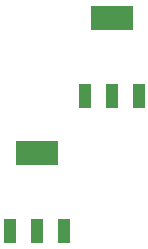
<source format=gtp>
G04 (created by PCBNEW-RS274X (2012-apr-16-27)-stable) date Mon 01 Sep 2014 06:02:50 PM CEST*
G01*
G70*
G90*
%MOIN*%
G04 Gerber Fmt 3.4, Leading zero omitted, Abs format*
%FSLAX34Y34*%
G04 APERTURE LIST*
%ADD10C,0.006000*%
%ADD11R,0.144000X0.080000*%
%ADD12R,0.040000X0.080000*%
G04 APERTURE END LIST*
G54D10*
G54D11*
X56500Y-41700D03*
G54D12*
X56500Y-44300D03*
X57400Y-44300D03*
X55600Y-44300D03*
G54D11*
X59000Y-37200D03*
G54D12*
X59000Y-39800D03*
X59900Y-39800D03*
X58100Y-39800D03*
M02*

</source>
